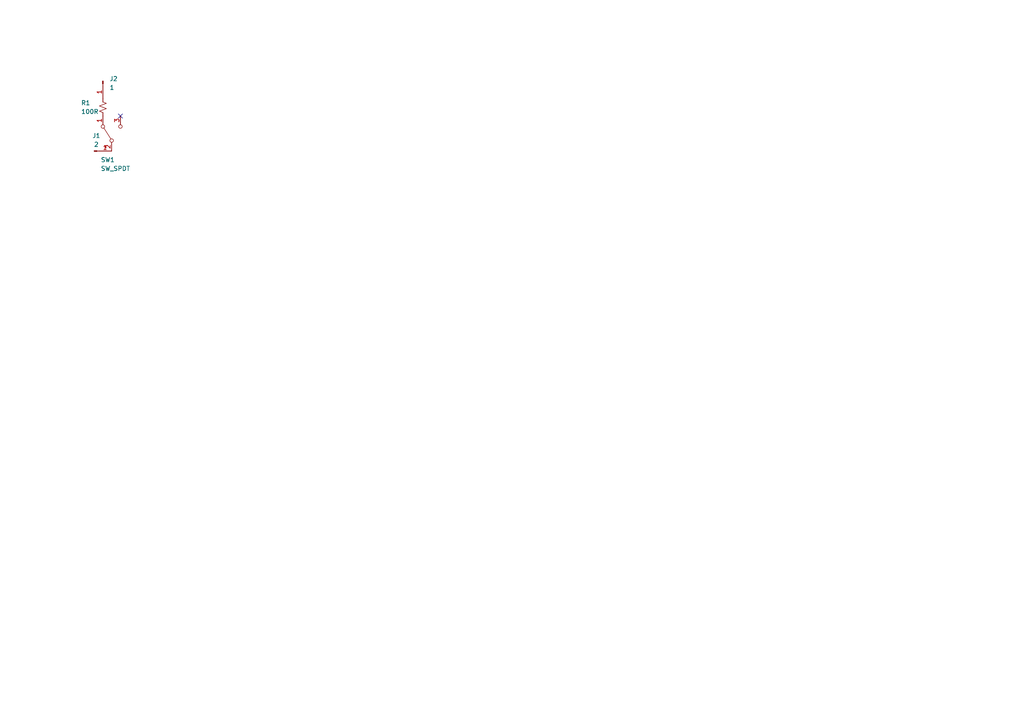
<source format=kicad_sch>
(kicad_sch (version 20230121) (generator eeschema)
  (paper "A4")
  (lib_symbols
    (symbol "Connector:Conn_01x01_Pin" (pin_names (offset 1.016) hide)
      (property "Reference" "J" (at 0 2.54 0))
      (property "Value" "Conn_01x01_Pin" (at 0 -2.54 0))
      (symbol "Conn_01x01_Pin_1_1"
        (polyline (pts (xy 1.27 0) (xy 0.8636 0)) (stroke (width 0.1524)))
        (rectangle (start 0.8636 0.127) (end 0 -0.127) (stroke (width 0.1524)) (fill (type outline)))
        (pin passive line (at 5.08 0 180) (length 3.81) (name "Pin_1") (number "1"))
      )
    )
    (symbol "Device:R_Small_US" (pin_numbers hide) (pin_names (offset 0.254) hide)
      (property "Reference" "R" (at 0.762 0.508 0))
      (property "Value" "R_Small_US" (at 0.762 -1.016 0))
      (symbol "R_Small_US_1_1"
        (polyline (pts (xy 0 0) (xy 1.016 -0.381) (xy 0 -0.762) (xy -1.016 -1.143) (xy 0 -1.524)))
        (polyline (pts (xy 0 1.524) (xy 1.016 1.143) (xy 0 0.762) (xy -1.016 0.381) (xy 0 0)))
        (pin passive line (at 0 2.54 270) (length 1.016) (name "~") (number "1"))
        (pin passive line (at 0 -2.54 90) (length 1.016) (name "~") (number "2"))
      )
    )
    (symbol "Switch:SW_SPDT" (pin_names (offset 0) hide)
      (property "Reference" "SW" (at 0 4.318 0))
      (property "Value" "SW_SPDT" (at 0 -5.08 0))
      (symbol "SW_SPDT_0_0"
        (circle (center -2.032 0) (radius 0.508))
        (circle (center 2.032 -2.54) (radius 0.508))
      )
      (symbol "SW_SPDT_0_1"
        (polyline (pts (xy -1.524 0.254) (xy 1.651 2.286)))
        (circle (center 2.032 2.54) (radius 0.508))
      )
      (symbol "SW_SPDT_1_1"
        (pin passive line (at 5.08 2.54 180) (length 2.54) (name "A") (number "1"))
        (pin passive line (at -5.08 0 0) (length 2.54) (name "B") (number "2"))
        (pin passive line (at 5.08 -2.54 180) (length 2.54) (name "C") (number "3"))
      )
    )
  )
  (no_connect (at 34.925 33.655))
  (symbol (lib_id "Device:R_Small_US") (at 29.845 31.115 0) (unit 1)
    (property "Reference" "R1" (at 23.495 29.845 0) (effects (justify left)))
    (property "Value" "100R" (at 23.495 32.385 0) (effects (justify left)))
    (property "Footprint" "Resistor_THT:R_Axial_DIN0207_L6.3mm_D2.5mm_P7.62mm_Horizontal" (effects hide))
  )
  (symbol (lib_id "Switch:SW_SPDT") (at 32.385 38.735 90) (unit 1)
    (property "Reference" "SW1" (at 29.21 46.355 90) (effects (justify right)))
    (property "Value" "SW_SPDT" (at 29.21 48.895 90) (effects (justify right)))
    (property "Footprint" "Button_Switch_THT:SW_CuK_OS102011MA1QN1_SPDT_Angled" (effects hide))
  )
  (symbol (lib_id "Connector:Conn_01x01_Pin") (at 29.845 23.495 270) (unit 1)
    (property "Reference" "J2" (at 31.75 22.86 90) (effects (justify left)))
    (property "Value" "1" (at 31.75 25.4 90) (effects (justify left)))
    (property "Footprint" "TestPoint:TestPoint_Pad_2.0x2.0mm" (effects hide))
  )
  (symbol (lib_id "Connector:Conn_01x01_Pin") (at 27.305 43.815 0) (unit 1)
    (property "Reference" "J1" (at 27.94 39.37 0))
    (property "Value" "2" (at 27.94 41.91 0))
    (property "Footprint" "TestPoint:TestPoint_Pad_2.0x2.0mm" (effects hide))
  )
)
</source>
